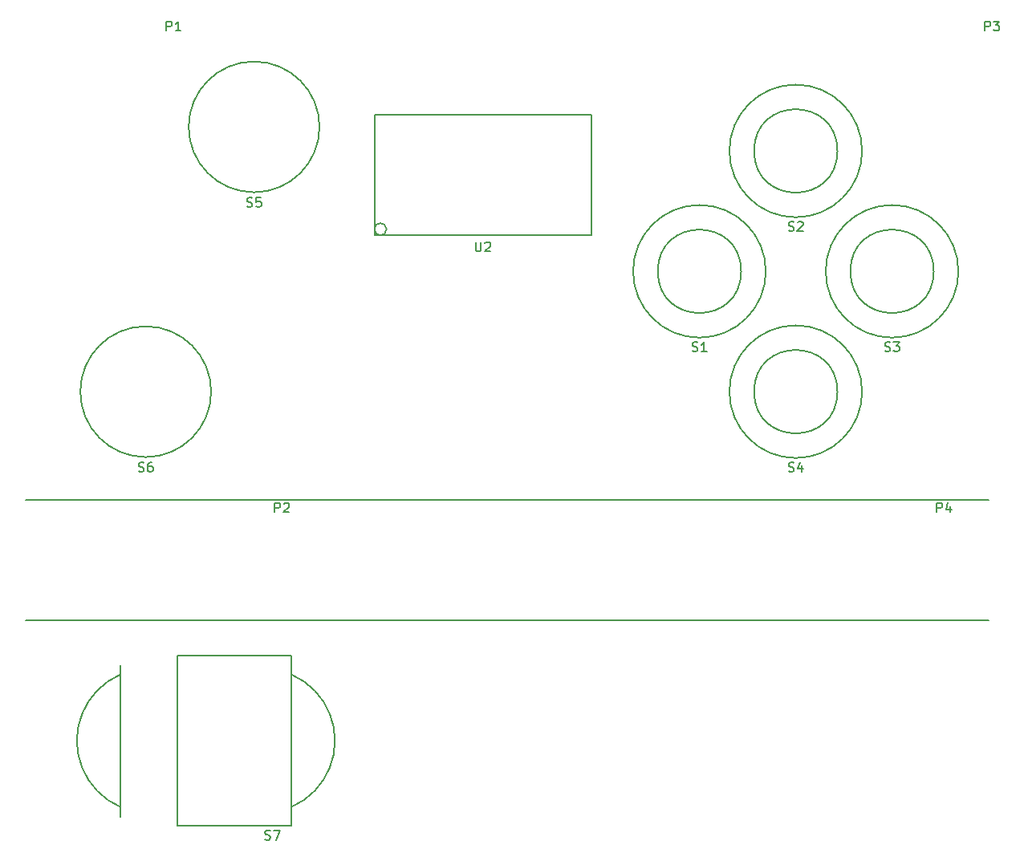
<source format=gto>
G04 #@! TF.FileFunction,Legend,Top*
%FSLAX46Y46*%
G04 Gerber Fmt 4.6, Leading zero omitted, Abs format (unit mm)*
G04 Created by KiCad (PCBNEW 4.0.0-rc2-stable) date Thu 26 Nov 2015 02:18:43 PM EST*
%MOMM*%
G01*
G04 APERTURE LIST*
%ADD10C,0.100000*%
%ADD11C,0.200000*%
%ADD12C,0.150000*%
G04 APERTURE END LIST*
D10*
D11*
X76200000Y-107950000D02*
X177800000Y-107950000D01*
X76200000Y-95250000D02*
X177800000Y-95250000D01*
D12*
X151720000Y-71120000D02*
G75*
G03X151720000Y-71120000I-4400000J0D01*
G01*
X154320000Y-71120000D02*
G75*
G03X154320000Y-71120000I-7000000J0D01*
G01*
X161880000Y-58420000D02*
G75*
G03X161880000Y-58420000I-4400000J0D01*
G01*
X164480000Y-58420000D02*
G75*
G03X164480000Y-58420000I-7000000J0D01*
G01*
X172040000Y-71120000D02*
G75*
G03X172040000Y-71120000I-4400000J0D01*
G01*
X174640000Y-71120000D02*
G75*
G03X174640000Y-71120000I-7000000J0D01*
G01*
X161880000Y-83820000D02*
G75*
G03X161880000Y-83820000I-4400000J0D01*
G01*
X164480000Y-83820000D02*
G75*
G03X164480000Y-83820000I-7000000J0D01*
G01*
X107230000Y-55880000D02*
G75*
G03X107230000Y-55880000I-6900000J0D01*
G01*
X95800000Y-83820000D02*
G75*
G03X95800000Y-83820000I-6900000J0D01*
G01*
X86250000Y-113650000D02*
G75*
G03X82250000Y-123650000I3000000J-7000000D01*
G01*
X82250000Y-117650000D02*
G75*
G03X86250000Y-127650000I7000000J-3000000D01*
G01*
X86250000Y-112650000D02*
X86250000Y-128650000D01*
X104250000Y-127650000D02*
G75*
G03X108250000Y-117650000I-3000000J7000000D01*
G01*
X108250000Y-123650000D02*
G75*
G03X104250000Y-113650000I-7000000J3000000D01*
G01*
X92250000Y-129650000D02*
X92250000Y-111650000D01*
X92250000Y-111650000D02*
X104250000Y-111650000D01*
X104250000Y-111650000D02*
X104250000Y-129650000D01*
X104250000Y-129650000D02*
X92250000Y-129650000D01*
X114300000Y-66675000D02*
G75*
G03X114300000Y-66675000I-635000J0D01*
G01*
X113030000Y-54610000D02*
X113030000Y-67310000D01*
X113030000Y-67310000D02*
X135890000Y-67310000D01*
X135890000Y-67310000D02*
X135890000Y-54610000D01*
X135890000Y-54610000D02*
X113030000Y-54610000D01*
X146558095Y-79524762D02*
X146700952Y-79572381D01*
X146939048Y-79572381D01*
X147034286Y-79524762D01*
X147081905Y-79477143D01*
X147129524Y-79381905D01*
X147129524Y-79286667D01*
X147081905Y-79191429D01*
X147034286Y-79143810D01*
X146939048Y-79096190D01*
X146748571Y-79048571D01*
X146653333Y-79000952D01*
X146605714Y-78953333D01*
X146558095Y-78858095D01*
X146558095Y-78762857D01*
X146605714Y-78667619D01*
X146653333Y-78620000D01*
X146748571Y-78572381D01*
X146986667Y-78572381D01*
X147129524Y-78620000D01*
X148081905Y-79572381D02*
X147510476Y-79572381D01*
X147796190Y-79572381D02*
X147796190Y-78572381D01*
X147700952Y-78715238D01*
X147605714Y-78810476D01*
X147510476Y-78858095D01*
X156718095Y-66824762D02*
X156860952Y-66872381D01*
X157099048Y-66872381D01*
X157194286Y-66824762D01*
X157241905Y-66777143D01*
X157289524Y-66681905D01*
X157289524Y-66586667D01*
X157241905Y-66491429D01*
X157194286Y-66443810D01*
X157099048Y-66396190D01*
X156908571Y-66348571D01*
X156813333Y-66300952D01*
X156765714Y-66253333D01*
X156718095Y-66158095D01*
X156718095Y-66062857D01*
X156765714Y-65967619D01*
X156813333Y-65920000D01*
X156908571Y-65872381D01*
X157146667Y-65872381D01*
X157289524Y-65920000D01*
X157670476Y-65967619D02*
X157718095Y-65920000D01*
X157813333Y-65872381D01*
X158051429Y-65872381D01*
X158146667Y-65920000D01*
X158194286Y-65967619D01*
X158241905Y-66062857D01*
X158241905Y-66158095D01*
X158194286Y-66300952D01*
X157622857Y-66872381D01*
X158241905Y-66872381D01*
X166878095Y-79524762D02*
X167020952Y-79572381D01*
X167259048Y-79572381D01*
X167354286Y-79524762D01*
X167401905Y-79477143D01*
X167449524Y-79381905D01*
X167449524Y-79286667D01*
X167401905Y-79191429D01*
X167354286Y-79143810D01*
X167259048Y-79096190D01*
X167068571Y-79048571D01*
X166973333Y-79000952D01*
X166925714Y-78953333D01*
X166878095Y-78858095D01*
X166878095Y-78762857D01*
X166925714Y-78667619D01*
X166973333Y-78620000D01*
X167068571Y-78572381D01*
X167306667Y-78572381D01*
X167449524Y-78620000D01*
X167782857Y-78572381D02*
X168401905Y-78572381D01*
X168068571Y-78953333D01*
X168211429Y-78953333D01*
X168306667Y-79000952D01*
X168354286Y-79048571D01*
X168401905Y-79143810D01*
X168401905Y-79381905D01*
X168354286Y-79477143D01*
X168306667Y-79524762D01*
X168211429Y-79572381D01*
X167925714Y-79572381D01*
X167830476Y-79524762D01*
X167782857Y-79477143D01*
X156718095Y-92224762D02*
X156860952Y-92272381D01*
X157099048Y-92272381D01*
X157194286Y-92224762D01*
X157241905Y-92177143D01*
X157289524Y-92081905D01*
X157289524Y-91986667D01*
X157241905Y-91891429D01*
X157194286Y-91843810D01*
X157099048Y-91796190D01*
X156908571Y-91748571D01*
X156813333Y-91700952D01*
X156765714Y-91653333D01*
X156718095Y-91558095D01*
X156718095Y-91462857D01*
X156765714Y-91367619D01*
X156813333Y-91320000D01*
X156908571Y-91272381D01*
X157146667Y-91272381D01*
X157289524Y-91320000D01*
X158146667Y-91605714D02*
X158146667Y-92272381D01*
X157908571Y-91224762D02*
X157670476Y-91939048D01*
X158289524Y-91939048D01*
X99568095Y-64284762D02*
X99710952Y-64332381D01*
X99949048Y-64332381D01*
X100044286Y-64284762D01*
X100091905Y-64237143D01*
X100139524Y-64141905D01*
X100139524Y-64046667D01*
X100091905Y-63951429D01*
X100044286Y-63903810D01*
X99949048Y-63856190D01*
X99758571Y-63808571D01*
X99663333Y-63760952D01*
X99615714Y-63713333D01*
X99568095Y-63618095D01*
X99568095Y-63522857D01*
X99615714Y-63427619D01*
X99663333Y-63380000D01*
X99758571Y-63332381D01*
X99996667Y-63332381D01*
X100139524Y-63380000D01*
X101044286Y-63332381D02*
X100568095Y-63332381D01*
X100520476Y-63808571D01*
X100568095Y-63760952D01*
X100663333Y-63713333D01*
X100901429Y-63713333D01*
X100996667Y-63760952D01*
X101044286Y-63808571D01*
X101091905Y-63903810D01*
X101091905Y-64141905D01*
X101044286Y-64237143D01*
X100996667Y-64284762D01*
X100901429Y-64332381D01*
X100663333Y-64332381D01*
X100568095Y-64284762D01*
X100520476Y-64237143D01*
X88138095Y-92224762D02*
X88280952Y-92272381D01*
X88519048Y-92272381D01*
X88614286Y-92224762D01*
X88661905Y-92177143D01*
X88709524Y-92081905D01*
X88709524Y-91986667D01*
X88661905Y-91891429D01*
X88614286Y-91843810D01*
X88519048Y-91796190D01*
X88328571Y-91748571D01*
X88233333Y-91700952D01*
X88185714Y-91653333D01*
X88138095Y-91558095D01*
X88138095Y-91462857D01*
X88185714Y-91367619D01*
X88233333Y-91320000D01*
X88328571Y-91272381D01*
X88566667Y-91272381D01*
X88709524Y-91320000D01*
X89566667Y-91272381D02*
X89376190Y-91272381D01*
X89280952Y-91320000D01*
X89233333Y-91367619D01*
X89138095Y-91510476D01*
X89090476Y-91700952D01*
X89090476Y-92081905D01*
X89138095Y-92177143D01*
X89185714Y-92224762D01*
X89280952Y-92272381D01*
X89471429Y-92272381D01*
X89566667Y-92224762D01*
X89614286Y-92177143D01*
X89661905Y-92081905D01*
X89661905Y-91843810D01*
X89614286Y-91748571D01*
X89566667Y-91700952D01*
X89471429Y-91653333D01*
X89280952Y-91653333D01*
X89185714Y-91700952D01*
X89138095Y-91748571D01*
X89090476Y-91843810D01*
X101488095Y-131054762D02*
X101630952Y-131102381D01*
X101869048Y-131102381D01*
X101964286Y-131054762D01*
X102011905Y-131007143D01*
X102059524Y-130911905D01*
X102059524Y-130816667D01*
X102011905Y-130721429D01*
X101964286Y-130673810D01*
X101869048Y-130626190D01*
X101678571Y-130578571D01*
X101583333Y-130530952D01*
X101535714Y-130483333D01*
X101488095Y-130388095D01*
X101488095Y-130292857D01*
X101535714Y-130197619D01*
X101583333Y-130150000D01*
X101678571Y-130102381D01*
X101916667Y-130102381D01*
X102059524Y-130150000D01*
X102392857Y-130102381D02*
X103059524Y-130102381D01*
X102630952Y-131102381D01*
X123698095Y-68032381D02*
X123698095Y-68841905D01*
X123745714Y-68937143D01*
X123793333Y-68984762D01*
X123888571Y-69032381D01*
X124079048Y-69032381D01*
X124174286Y-68984762D01*
X124221905Y-68937143D01*
X124269524Y-68841905D01*
X124269524Y-68032381D01*
X124698095Y-68127619D02*
X124745714Y-68080000D01*
X124840952Y-68032381D01*
X125079048Y-68032381D01*
X125174286Y-68080000D01*
X125221905Y-68127619D01*
X125269524Y-68222857D01*
X125269524Y-68318095D01*
X125221905Y-68460952D01*
X124650476Y-69032381D01*
X125269524Y-69032381D01*
X91081905Y-45752381D02*
X91081905Y-44752381D01*
X91462858Y-44752381D01*
X91558096Y-44800000D01*
X91605715Y-44847619D01*
X91653334Y-44942857D01*
X91653334Y-45085714D01*
X91605715Y-45180952D01*
X91558096Y-45228571D01*
X91462858Y-45276190D01*
X91081905Y-45276190D01*
X92605715Y-45752381D02*
X92034286Y-45752381D01*
X92320000Y-45752381D02*
X92320000Y-44752381D01*
X92224762Y-44895238D01*
X92129524Y-44990476D01*
X92034286Y-45038095D01*
X102511905Y-96552381D02*
X102511905Y-95552381D01*
X102892858Y-95552381D01*
X102988096Y-95600000D01*
X103035715Y-95647619D01*
X103083334Y-95742857D01*
X103083334Y-95885714D01*
X103035715Y-95980952D01*
X102988096Y-96028571D01*
X102892858Y-96076190D01*
X102511905Y-96076190D01*
X103464286Y-95647619D02*
X103511905Y-95600000D01*
X103607143Y-95552381D01*
X103845239Y-95552381D01*
X103940477Y-95600000D01*
X103988096Y-95647619D01*
X104035715Y-95742857D01*
X104035715Y-95838095D01*
X103988096Y-95980952D01*
X103416667Y-96552381D01*
X104035715Y-96552381D01*
X177441905Y-45752381D02*
X177441905Y-44752381D01*
X177822858Y-44752381D01*
X177918096Y-44800000D01*
X177965715Y-44847619D01*
X178013334Y-44942857D01*
X178013334Y-45085714D01*
X177965715Y-45180952D01*
X177918096Y-45228571D01*
X177822858Y-45276190D01*
X177441905Y-45276190D01*
X178346667Y-44752381D02*
X178965715Y-44752381D01*
X178632381Y-45133333D01*
X178775239Y-45133333D01*
X178870477Y-45180952D01*
X178918096Y-45228571D01*
X178965715Y-45323810D01*
X178965715Y-45561905D01*
X178918096Y-45657143D01*
X178870477Y-45704762D01*
X178775239Y-45752381D01*
X178489524Y-45752381D01*
X178394286Y-45704762D01*
X178346667Y-45657143D01*
X172361905Y-96552381D02*
X172361905Y-95552381D01*
X172742858Y-95552381D01*
X172838096Y-95600000D01*
X172885715Y-95647619D01*
X172933334Y-95742857D01*
X172933334Y-95885714D01*
X172885715Y-95980952D01*
X172838096Y-96028571D01*
X172742858Y-96076190D01*
X172361905Y-96076190D01*
X173790477Y-95885714D02*
X173790477Y-96552381D01*
X173552381Y-95504762D02*
X173314286Y-96219048D01*
X173933334Y-96219048D01*
M02*

</source>
